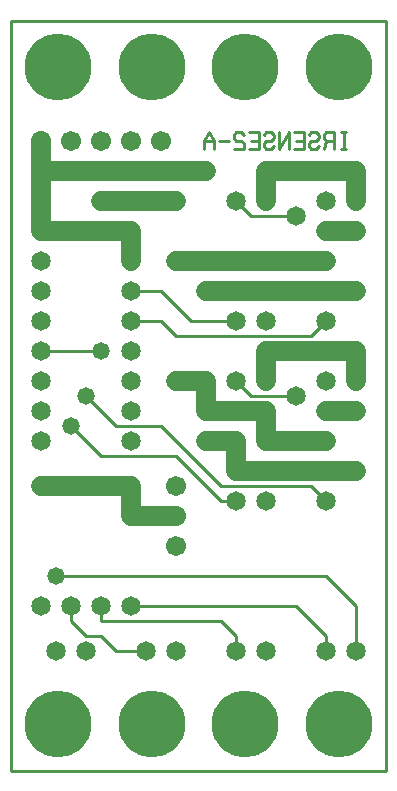
<source format=gbl>
%MOIN*%
%FSLAX25Y25*%
G04 D10 used for Character Trace; *
G04     Circle (OD=.01000) (No hole)*
G04 D11 used for Power Trace; *
G04     Circle (OD=.06700) (No hole)*
G04 D12 used for Signal Trace; *
G04     Circle (OD=.01100) (No hole)*
G04 D13 used for Via; *
G04     Circle (OD=.05800) (Round. Hole ID=.02800)*
G04 D14 used for Component hole; *
G04     Circle (OD=.06500) (Round. Hole ID=.03500)*
G04 D15 used for Component hole; *
G04     Circle (OD=.06700) (Round. Hole ID=.04300)*
G04 D16 used for Component hole; *
G04     Circle (OD=.08100) (Round. Hole ID=.05100)*
G04 D17 used for Component hole; *
G04     Circle (OD=.08900) (Round. Hole ID=.05900)*
G04 D18 used for Component hole; *
G04     Circle (OD=.11300) (Round. Hole ID=.08300)*
G04 D19 used for Component hole; *
G04     Circle (OD=.16000) (Round. Hole ID=.13000)*
G04 D20 used for Component hole; *
G04     Circle (OD=.18300) (Round. Hole ID=.15300)*
G04 D21 used for Component hole; *
G04     Circle (OD=.22291) (Round. Hole ID=.19291)*
%ADD10C,.01000*%
%ADD11C,.06700*%
%ADD12C,.01100*%
%ADD13C,.05800*%
%ADD14C,.06500*%
%ADD15C,.06700*%
%ADD16C,.08100*%
%ADD17C,.08900*%
%ADD18C,.11300*%
%ADD19C,.16000*%
%ADD20C,.18300*%
%ADD21C,.22291*%
%IPPOS*%
%LPD*%
G90*X0Y0D02*D21*X15625Y15625D03*D12*              
X35000Y40000D02*X45000D01*D14*D03*X55000D03*D12*  
X35000D02*X30000Y45000D01*X25000D01*              
X20000Y50000D01*Y55000D01*D14*D03*D12*            
X30000Y50000D02*X70000D01*X75000Y45000D01*        
Y40000D01*D14*D03*X85000D03*D12*X105000Y45000D02* 
X95000Y55000D01*X105000Y40000D02*Y45000D01*D14*   
Y40000D03*X115000D03*D12*Y55000D01*               
X105000Y65000D01*X15000D01*D13*D03*D14*           
X10000Y55000D03*D12*X30000Y50000D02*Y55000D01*D14*
D03*X40000D03*D12*X95000D01*D14*X105000Y90000D03* 
D12*X100000Y95000D01*X70000D01*X50000Y115000D01*  
X35000D01*X25000Y125000D01*D13*D03*               
X20000Y115000D03*D12*X30000Y105000D01*X55000D01*  
X70000Y90000D01*X75000D01*D14*D03*X85000D03*D11*  
X75000Y100000D02*X115000D01*D14*D03*              
X105000Y110000D03*D11*X85000D01*D13*D03*D11*      
Y120000D01*X65000D01*Y130000D01*X55000D01*D13*D03*
D14*X40000Y140000D03*D12*X55000Y145000D02*        
X100000D01*X105000Y150000D01*D14*D03*D11*         
X115000Y130000D02*Y140000D01*D14*Y130000D03*      
X105000Y120000D03*D11*X115000D01*D14*D03*         
X105000Y130000D03*X95000Y125000D03*D12*X80000D01* 
X75000Y130000D01*D14*D03*D11*X85000D02*Y140000D01*
D14*Y130000D03*D11*Y140000D02*X115000D01*D13*     
X95000Y160000D03*D11*X65000D01*D13*D03*D14*       
X75000Y150000D03*D12*X60000D01*X50000Y160000D01*  
X40000D01*D14*D03*D12*X55000Y145000D02*           
X50000Y150000D01*X40000D01*D14*D03*D13*           
X30000Y140000D03*D12*X10000D01*D14*D03*Y150000D03*
Y130000D03*Y160000D03*Y120000D03*X40000Y110000D03*
Y170000D03*D11*Y180000D01*X10000D01*Y190000D01*   
D14*D03*D11*Y200000D01*X65000D01*D13*D03*D14*     
X75000Y190000D03*D12*X80000Y185000D01*X95000D01*  
D14*D03*X105000Y180000D03*D11*X115000D01*D14*D03* 
X105000Y190000D03*Y170000D03*D11*X85000D01*D13*   
D03*D11*X55000D01*D13*D03*Y190000D03*D11*         
X30000D01*D14*D03*D15*X50000Y210000D03*X10000D03* 
D11*Y200000D01*D15*X20000Y210000D03*X30000D03*D14*
X10000Y170000D03*D15*X40000Y210000D03*D21*        
X46875Y234375D03*X15625D03*D12*X0Y0D02*Y250000D01*
Y0D02*X125000D01*Y250000D01*X0D01*D10*            
X110837Y207129D02*Y212871D01*X111674Y207129D02*   
X110000D01*X111674Y212871D02*X110000D01*          
X107511Y207129D02*Y212871D01*X105000D01*          
X104163Y211914D01*Y210957D01*X105000Y210000D01*   
X107511D01*X105000D02*X104163Y207129D01*          
X99163Y211914D02*X100000Y212871D01*X101674D01*    
X102511Y211914D01*Y210957D01*X101674Y210000D01*   
X100000D01*X99163Y209043D01*Y208086D01*           
X100000Y207129D01*X101674D01*X102511Y208086D01*   
X94163Y207129D02*X97511D01*Y212871D01*X94163D01*  
X97511Y210000D02*X95000D01*X92511Y207129D02*      
Y212871D01*X89163Y207129D01*Y212871D01*           
X84163Y211914D02*X85000Y212871D01*X86674D01*      
X87511Y211914D01*Y210957D01*X86674Y210000D01*     
X85000D01*X84163Y209043D01*Y208086D01*            
X85000Y207129D01*X86674D01*X87511Y208086D01*      
X79163Y207129D02*X82511D01*Y212871D01*X79163D01*  
X82511Y210000D02*X80000D01*X77511Y211914D02*      
X76674Y212871D01*X75000D01*X74163Y211914D01*      
Y210957D01*X75000Y210000D01*X76674D01*            
X77511Y209043D01*Y207129D01*X74163D01*            
X72511Y210000D02*X69163D01*X67511Y207129D02*      
Y210000D01*X65837Y212871D01*X64163Y210000D01*     
Y207129D01*X67511Y210000D02*X64163D01*D21*        
X78125Y234375D03*D14*X85000Y190000D03*D11*        
Y200000D01*X115000D01*Y190000D01*D14*D03*D11*     
X95000Y160000D02*X115000D01*D14*D03*              
X85000Y150000D03*D13*X65000Y110000D03*D11*        
X75000D01*Y100000D01*D15*X55000Y95000D03*         
Y85000D03*D11*X40000D01*Y95000D01*D14*D03*D11*    
X30000D01*D14*D03*D11*X20000D01*D14*D03*D11*      
X10000D01*D14*D03*Y110000D03*X40000Y120000D03*    
Y130000D03*D15*X55000Y75000D03*D14*               
X15000Y40000D03*X25000D03*D21*X46875Y15625D03*    
X78125D03*X109375D03*Y234375D03*M02*              

</source>
